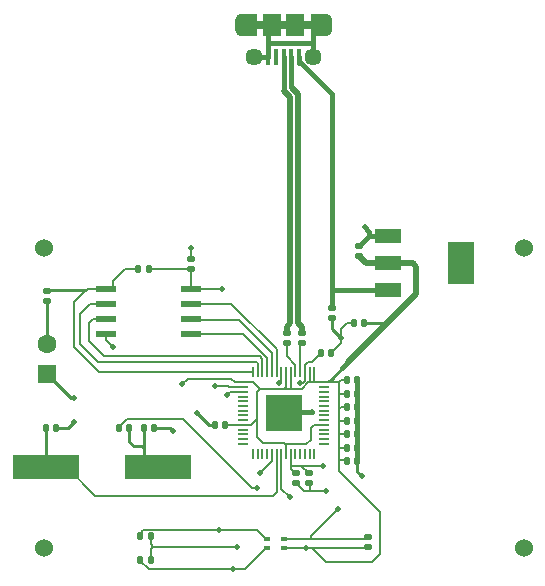
<source format=gtl>
G04*
G04 #@! TF.GenerationSoftware,Altium Limited,Altium Designer,21.6.4 (81)*
G04*
G04 Layer_Physical_Order=1*
G04 Layer_Color=255*
%FSLAX25Y25*%
%MOIN*%
G70*
G04*
G04 #@! TF.SameCoordinates,D5D1E9D7-E8D5-44D5-B98E-A1C15D945772*
G04*
G04*
G04 #@! TF.FilePolarity,Positive*
G04*
G01*
G75*
%ADD13C,0.00800*%
%ADD14C,0.01500*%
%ADD15C,0.00750*%
%ADD16C,0.01968*%
G04:AMPARAMS|DCode=17|XSize=19.29mil|YSize=23.62mil|CornerRadius=1.93mil|HoleSize=0mil|Usage=FLASHONLY|Rotation=90.000|XOffset=0mil|YOffset=0mil|HoleType=Round|Shape=RoundedRectangle|*
%AMROUNDEDRECTD17*
21,1,0.01929,0.01976,0,0,90.0*
21,1,0.01543,0.02362,0,0,90.0*
1,1,0.00386,0.00988,0.00772*
1,1,0.00386,0.00988,-0.00772*
1,1,0.00386,-0.00988,-0.00772*
1,1,0.00386,-0.00988,0.00772*
%
%ADD17ROUNDEDRECTD17*%
G04:AMPARAMS|DCode=18|XSize=23.62mil|YSize=21.26mil|CornerRadius=5.63mil|HoleSize=0mil|Usage=FLASHONLY|Rotation=180.000|XOffset=0mil|YOffset=0mil|HoleType=Round|Shape=RoundedRectangle|*
%AMROUNDEDRECTD18*
21,1,0.02362,0.00999,0,0,180.0*
21,1,0.01235,0.02126,0,0,180.0*
1,1,0.01127,-0.00618,0.00500*
1,1,0.01127,0.00618,0.00500*
1,1,0.01127,0.00618,-0.00500*
1,1,0.01127,-0.00618,-0.00500*
%
%ADD18ROUNDEDRECTD18*%
%ADD19R,0.08661X0.14173*%
%ADD20R,0.08799X0.04799*%
G04:AMPARAMS|DCode=21|XSize=19.29mil|YSize=23.62mil|CornerRadius=1.93mil|HoleSize=0mil|Usage=FLASHONLY|Rotation=0.000|XOffset=0mil|YOffset=0mil|HoleType=Round|Shape=RoundedRectangle|*
%AMROUNDEDRECTD21*
21,1,0.01929,0.01976,0,0,0.0*
21,1,0.01543,0.02362,0,0,0.0*
1,1,0.00386,0.00772,-0.00988*
1,1,0.00386,-0.00772,-0.00988*
1,1,0.00386,-0.00772,0.00988*
1,1,0.00386,0.00772,0.00988*
%
%ADD21ROUNDEDRECTD21*%
G04:AMPARAMS|DCode=22|XSize=23.62mil|YSize=21.26mil|CornerRadius=5.63mil|HoleSize=0mil|Usage=FLASHONLY|Rotation=270.000|XOffset=0mil|YOffset=0mil|HoleType=Round|Shape=RoundedRectangle|*
%AMROUNDEDRECTD22*
21,1,0.02362,0.00999,0,0,270.0*
21,1,0.01235,0.02126,0,0,270.0*
1,1,0.01127,-0.00500,-0.00618*
1,1,0.01127,-0.00500,0.00618*
1,1,0.01127,0.00500,0.00618*
1,1,0.01127,0.00500,-0.00618*
%
%ADD22ROUNDEDRECTD22*%
%ADD23R,0.05906X0.07480*%
%ADD24R,0.01575X0.05315*%
G04:AMPARAMS|DCode=26|XSize=33.07mil|YSize=7.87mil|CornerRadius=0.98mil|HoleSize=0mil|Usage=FLASHONLY|Rotation=0.000|XOffset=0mil|YOffset=0mil|HoleType=Round|Shape=RoundedRectangle|*
%AMROUNDEDRECTD26*
21,1,0.03307,0.00591,0,0,0.0*
21,1,0.03110,0.00787,0,0,0.0*
1,1,0.00197,0.01555,-0.00295*
1,1,0.00197,-0.01555,-0.00295*
1,1,0.00197,-0.01555,0.00295*
1,1,0.00197,0.01555,0.00295*
%
%ADD26ROUNDEDRECTD26*%
G04:AMPARAMS|DCode=27|XSize=7.87mil|YSize=33.07mil|CornerRadius=0.98mil|HoleSize=0mil|Usage=FLASHONLY|Rotation=0.000|XOffset=0mil|YOffset=0mil|HoleType=Round|Shape=RoundedRectangle|*
%AMROUNDEDRECTD27*
21,1,0.00787,0.03110,0,0,0.0*
21,1,0.00591,0.03307,0,0,0.0*
1,1,0.00197,0.00295,-0.01555*
1,1,0.00197,-0.00295,-0.01555*
1,1,0.00197,-0.00295,0.01555*
1,1,0.00197,0.00295,0.01555*
%
%ADD27ROUNDEDRECTD27*%
%ADD28R,0.22047X0.08268*%
%ADD29R,0.01968X0.01181*%
G04:AMPARAMS|DCode=30|XSize=63.39mil|YSize=22.84mil|CornerRadius=2.85mil|HoleSize=0mil|Usage=FLASHONLY|Rotation=0.000|XOffset=0mil|YOffset=0mil|HoleType=Round|Shape=RoundedRectangle|*
%AMROUNDEDRECTD30*
21,1,0.06339,0.01713,0,0,0.0*
21,1,0.05768,0.02284,0,0,0.0*
1,1,0.00571,0.02884,-0.00856*
1,1,0.00571,-0.02884,-0.00856*
1,1,0.00571,-0.02884,0.00856*
1,1,0.00571,0.02884,0.00856*
%
%ADD30ROUNDEDRECTD30*%
%ADD51R,0.12205X0.12205*%
%ADD52C,0.01800*%
%ADD53C,0.01989*%
%ADD54C,0.01700*%
%ADD55C,0.02500*%
%ADD56C,0.01000*%
%ADD57C,0.02000*%
%ADD58C,0.05709*%
%ADD59R,0.06299X0.06299*%
%ADD60C,0.06299*%
%ADD61C,0.06000*%
%ADD62C,0.02000*%
G36*
X85827Y192543D02*
Y196087D01*
X83858D01*
X83858Y192543D01*
X85827D01*
D02*
G37*
G36*
X90945Y190575D02*
Y198055D01*
X85827D01*
Y190575D01*
X90945D01*
D02*
G37*
G36*
X109055Y198055D02*
Y190575D01*
X114173D01*
Y198055D01*
X109055D01*
D02*
G37*
G36*
X114173Y196087D02*
Y192543D01*
X116142D01*
X116142Y196087D01*
X114173D01*
D02*
G37*
D13*
X105518Y78530D02*
Y87727D01*
X101000Y84000D02*
X103937Y81063D01*
X101000Y84000D02*
Y88209D01*
X103937Y78524D02*
Y81063D01*
X105518Y87727D02*
X106000Y88209D01*
X105512Y78524D02*
X105518Y78530D01*
D14*
X105722Y181778D02*
X116000Y171500D01*
X105156Y181778D02*
X105722D01*
X105118Y181815D02*
X105156Y181778D01*
X105118Y181815D02*
Y183685D01*
X116000Y105902D02*
Y171500D01*
X127000Y126865D02*
Y127000D01*
Y126865D02*
X128405Y125459D01*
Y124098D02*
Y125459D01*
X125431Y121124D02*
X128405Y124098D01*
X125000Y120693D02*
X125118D01*
X125431Y121006D02*
Y121124D01*
X125118Y120693D02*
X125431Y121006D01*
X116000Y105902D02*
X134799D01*
X128405Y124098D02*
X134799D01*
X116000Y100000D02*
Y105902D01*
X100500Y65500D02*
X109500D01*
X100000Y65000D02*
X100500Y65500D01*
X119547Y80000D02*
X121547Y82000D01*
X124500Y49000D02*
Y53500D01*
Y58000D01*
Y62500D01*
Y67000D01*
Y71500D01*
X124443Y71557D02*
Y75943D01*
Y71557D02*
X124500Y71500D01*
X124386Y76000D02*
X124443Y75943D01*
X109843Y188409D02*
Y191842D01*
Y183685D02*
Y188409D01*
X94882D02*
X109843D01*
X94882D02*
Y193134D01*
Y183685D02*
Y188409D01*
X109843Y191842D02*
X110064Y192064D01*
Y193306D01*
X109055Y194315D02*
X110064Y193306D01*
X94882Y193134D02*
X95748Y194000D01*
X90158Y183685D02*
X94882D01*
D15*
X114802Y75236D02*
X118236D01*
X113524D02*
X114802D01*
X114784D02*
X116047Y76500D01*
X102000Y73000D02*
X106000D01*
X55791Y16000D02*
Y19791D01*
X56500Y20500D01*
X55791Y21209D02*
X56500Y20500D01*
X55791Y21209D02*
Y24000D01*
X56500Y20500D02*
X84500D01*
X52209Y24000D02*
X52772Y24563D01*
Y25561D02*
X53211Y26000D01*
X52772Y24563D02*
Y25561D01*
X53211Y26000D02*
X78500D01*
X91244D01*
X52209Y15784D02*
X54992Y13000D01*
X52209Y15784D02*
Y16000D01*
X54992Y13000D02*
X83000D01*
X127693Y20000D02*
X128000Y20307D01*
X109500Y20000D02*
X127693D01*
X109000Y23150D02*
X127457D01*
X128000Y23693D01*
X129500Y15500D02*
X132000Y18000D01*
X118437Y45563D02*
X132000Y32000D01*
Y18000D02*
Y32000D01*
X118437Y45563D02*
Y49939D01*
X114000Y15500D02*
X129500D01*
X118437Y49939D02*
X118926Y49450D01*
X118437Y49939D02*
Y53939D01*
X121000Y95000D02*
X123307D01*
X119000Y93000D02*
X121000Y95000D01*
X119000Y90000D02*
Y93000D01*
X69193Y106500D02*
X79500D01*
X66213Y74713D02*
X68000Y76500D01*
X82500D01*
X83764Y75236D01*
X86476D01*
X107390Y20000D02*
X109500D01*
X114000Y15500D01*
X91244Y26000D02*
X94095Y23150D01*
X92000Y45000D02*
X96063Y49063D01*
Y51476D01*
X115693Y85118D02*
X119000Y88425D01*
Y90000D01*
X115693Y85000D02*
Y85118D01*
X109307Y82000D02*
X112307Y85000D01*
X40807Y89193D02*
Y91500D01*
Y89193D02*
X43000Y87000D01*
X69000Y116386D02*
Y120000D01*
X108500Y39000D02*
X114000D01*
X108939Y39439D02*
Y41175D01*
X108500Y39000D02*
X108939Y39439D01*
X106732Y39000D02*
X108500D01*
Y41614D02*
X108939Y41175D01*
X104000Y41614D02*
X104118D01*
X106732Y39000D01*
X100000Y23150D02*
X109000D01*
Y24000D02*
X118000Y33000D01*
X109000Y23150D02*
Y24000D01*
X83000Y13000D02*
X87094D01*
X100000Y20000D02*
X107390D01*
X87094Y13000D02*
X94095Y20000D01*
X94488D01*
X94095Y23150D02*
X94488D01*
X105882Y47500D02*
X113000D01*
X105500Y75000D02*
X106500D01*
X107087Y75587D02*
Y78524D01*
X106500Y75000D02*
X107087Y75587D01*
X98500Y75000D02*
X99213Y75713D01*
Y78524D01*
X118236Y75236D02*
X118437Y75437D01*
X99213Y39787D02*
X102000Y37000D01*
X99213Y39787D02*
Y51476D01*
X89500Y40000D02*
X91000D01*
X66500Y63000D02*
X89500Y40000D01*
X47783Y63000D02*
X66500D01*
X45000Y60216D02*
X47783Y63000D01*
X45000Y60000D02*
Y60216D01*
X27689Y47000D02*
X37189Y37500D01*
X96500D01*
X20799Y47000D02*
X27689D01*
X97638Y38638D02*
Y51476D01*
X96500Y37500D02*
X97638Y38638D01*
X100394Y54606D02*
X100787Y54213D01*
X100000Y55000D02*
X100394Y54606D01*
X110063Y61063D02*
X113524D01*
X109000Y60000D02*
X110063Y61063D01*
X109000Y56000D02*
Y60000D01*
X107606Y54606D02*
X109000Y56000D01*
X100394Y54606D02*
X107606D01*
X91000Y57000D02*
Y63000D01*
Y57000D02*
X93000Y55000D01*
X100000D01*
X100787Y51476D02*
Y54213D01*
X91000Y63000D02*
Y72000D01*
X92000Y73000D01*
X86476Y61063D02*
X89063D01*
X91000Y63000D01*
X110000Y75236D02*
X113524D01*
X108236D02*
X110000D01*
X110236Y75472D01*
Y78524D01*
X108661Y75661D02*
Y78524D01*
X108236Y75236D02*
X108661Y75661D01*
X100000Y73000D02*
X102000D01*
X102362Y73362D02*
Y78524D01*
X102000Y73000D02*
X102362Y73362D01*
X92000Y73000D02*
X100000D01*
X100787Y73787D01*
Y78524D01*
X89764Y75236D02*
X92000Y73000D01*
X86476Y75236D02*
X89764D01*
X106000Y73000D02*
X108236Y75236D01*
X118437Y75437D02*
X119000Y76000D01*
Y67000D02*
X121114D01*
X119000Y71500D02*
X121114D01*
X119000Y76000D02*
X121000D01*
X120664Y49450D02*
X121114Y49000D01*
X118926Y49450D02*
X120664D01*
X118876Y53500D02*
X121114D01*
X118500Y58000D02*
X121114D01*
X119000Y62500D02*
X121114D01*
X81494Y74000D02*
X81832Y73661D01*
X77000Y74000D02*
X81494D01*
X81832Y73661D02*
X86476D01*
X81000Y71000D02*
X82087Y72087D01*
X86476D01*
X34000Y106000D02*
X34500Y106500D01*
X40807D02*
X42233D01*
X34500D02*
X40807D01*
X30000Y102000D02*
X34000Y106000D01*
X21000Y105791D02*
X21209Y106000D01*
X118437Y70937D02*
Y75437D01*
Y70937D02*
X119000Y71500D01*
X118437Y66437D02*
Y70937D01*
Y66437D02*
X119000Y67000D01*
X118437Y61937D02*
Y66437D01*
Y61937D02*
X119000Y62500D01*
X118437Y58063D02*
Y61937D01*
Y53939D02*
Y58063D01*
Y53939D02*
X118876Y53500D01*
X118437Y58063D02*
X118500Y58000D01*
X102500Y47500D02*
X105882D01*
X108382Y45000D02*
X108500D01*
X105882Y47500D02*
X108382Y45000D01*
X102362Y47638D02*
Y51476D01*
Y47638D02*
X102500Y47500D01*
Y46484D02*
X103984Y45000D01*
X102500Y46484D02*
Y47500D01*
X103984Y45000D02*
X104000D01*
X80386Y61000D02*
X80430Y61044D01*
X86458D02*
X86476Y61063D01*
X80430Y61044D02*
X86458D01*
X107087Y80913D02*
X108173Y82000D01*
X109307D01*
X107087Y78524D02*
Y80913D01*
X43000Y109000D02*
X47000Y113000D01*
X43000Y107267D02*
Y109000D01*
X47000Y113000D02*
X51417D01*
X69000Y106693D02*
Y113000D01*
Y106693D02*
X69193Y106500D01*
X55000Y113000D02*
X69000D01*
X42233Y106500D02*
X43000Y107267D01*
X97638Y78524D02*
Y86362D01*
X82500Y101500D02*
X97638Y86362D01*
X69193Y101500D02*
X82500D01*
X69193Y96500D02*
X69693Y96000D01*
X85000D01*
X96063Y78524D02*
Y84937D01*
X85000Y96000D02*
X96063Y84937D01*
X86500Y91500D02*
X94488Y83512D01*
Y78524D02*
Y83512D01*
X69193Y91500D02*
X86500D01*
X35000Y95000D02*
X36500Y96500D01*
X40807D01*
X35000Y89000D02*
Y95000D01*
Y89000D02*
X40000Y84000D01*
X92000D01*
X92913Y83087D01*
Y78524D02*
Y83087D01*
X91339Y78524D02*
Y81561D01*
X38000Y82000D02*
X90899D01*
X91339Y81561D01*
X35500Y101500D02*
X40807D01*
X32000Y98000D02*
X35500Y101500D01*
X32000Y88000D02*
Y98000D01*
Y88000D02*
X38000Y82000D01*
X30000Y87000D02*
Y102000D01*
X38476Y78524D02*
X89764D01*
X30000Y87000D02*
X38476Y78524D01*
D16*
X86811Y192543D02*
G03*
X86811Y192543I-984J0D01*
G01*
Y196087D02*
G03*
X86811Y196087I-984J0D01*
G01*
X115157Y192543D02*
G03*
X115157Y192543I-984J0D01*
G01*
Y196087D02*
G03*
X115157Y196087I-984J0D01*
G01*
D17*
X101000Y91791D02*
D03*
X106000D02*
D03*
X101000Y88209D02*
D03*
X106000D02*
D03*
X21000Y105791D02*
D03*
Y102209D02*
D03*
D18*
X125000Y117307D02*
D03*
Y120693D02*
D03*
X128000Y23693D02*
D03*
Y20307D02*
D03*
X116000Y96614D02*
D03*
Y100000D02*
D03*
X108500Y41614D02*
D03*
Y45000D02*
D03*
X104000Y41614D02*
D03*
Y45000D02*
D03*
X69000Y116386D02*
D03*
Y113000D02*
D03*
D19*
X159201Y115000D02*
D03*
D20*
X134799Y105902D02*
D03*
Y115000D02*
D03*
Y124098D02*
D03*
D21*
X52209Y24000D02*
D03*
X55791D02*
D03*
X52209Y16000D02*
D03*
X55791D02*
D03*
X48583Y60000D02*
D03*
X45000D02*
D03*
X51417Y113000D02*
D03*
X55000D02*
D03*
D22*
X123307Y95000D02*
D03*
X126693D02*
D03*
X115693Y85000D02*
D03*
X112307D02*
D03*
X124500Y67000D02*
D03*
X121114D02*
D03*
X124500Y71500D02*
D03*
X121114D02*
D03*
X124386Y76000D02*
D03*
X121000D02*
D03*
X124500Y62500D02*
D03*
X121114D02*
D03*
X124500Y53500D02*
D03*
X121114D02*
D03*
X124500Y58000D02*
D03*
X121114D02*
D03*
X124500Y49000D02*
D03*
X121114D02*
D03*
X24193Y60000D02*
D03*
X20807D02*
D03*
X77000Y61000D02*
D03*
X80386D02*
D03*
X56693Y60000D02*
D03*
X53307D02*
D03*
D23*
X96063Y194315D02*
D03*
X103937D02*
D03*
D24*
X94882Y183685D02*
D03*
X97441D02*
D03*
X100000D02*
D03*
X102559D02*
D03*
X105118D02*
D03*
D26*
X113524Y75236D02*
D03*
Y73661D02*
D03*
Y72087D02*
D03*
Y70512D02*
D03*
Y68937D02*
D03*
Y67362D02*
D03*
Y65787D02*
D03*
Y64213D02*
D03*
Y62638D02*
D03*
Y61063D02*
D03*
Y59488D02*
D03*
Y57913D02*
D03*
Y56339D02*
D03*
Y54764D02*
D03*
X86476D02*
D03*
Y56339D02*
D03*
Y57913D02*
D03*
Y59488D02*
D03*
Y61063D02*
D03*
Y62638D02*
D03*
Y64213D02*
D03*
Y65787D02*
D03*
Y67362D02*
D03*
Y68937D02*
D03*
Y70512D02*
D03*
Y72087D02*
D03*
Y73661D02*
D03*
Y75236D02*
D03*
D27*
X89764Y78524D02*
D03*
X91339D02*
D03*
X92913D02*
D03*
X94488D02*
D03*
X96063D02*
D03*
X97638D02*
D03*
X99213D02*
D03*
X100787D02*
D03*
X102362D02*
D03*
X103937D02*
D03*
X105512D02*
D03*
X107087D02*
D03*
X108661D02*
D03*
X110236D02*
D03*
Y51476D02*
D03*
X108661D02*
D03*
X107087D02*
D03*
X105512D02*
D03*
X103937D02*
D03*
X102362D02*
D03*
X100787D02*
D03*
X99213D02*
D03*
X97638D02*
D03*
X96063D02*
D03*
X94488D02*
D03*
X92913D02*
D03*
X91339D02*
D03*
X89764D02*
D03*
D28*
X20799Y47000D02*
D03*
X58201D02*
D03*
D29*
X100000Y23150D02*
D03*
Y20000D02*
D03*
X94488D02*
D03*
Y23150D02*
D03*
D30*
X40807Y106500D02*
D03*
Y101500D02*
D03*
Y96500D02*
D03*
Y91500D02*
D03*
X69193D02*
D03*
Y96500D02*
D03*
Y101500D02*
D03*
Y106500D02*
D03*
D51*
X100000Y65000D02*
D03*
D52*
Y172500D02*
Y180177D01*
X100000Y180178D02*
Y183685D01*
X102559Y173602D02*
Y183685D01*
D53*
X104794Y94956D02*
Y171366D01*
Y94956D02*
X106000Y93750D01*
Y91791D02*
Y93750D01*
X102206Y94956D02*
Y170294D01*
X101000Y93750D02*
X102206Y94956D01*
X101000Y91791D02*
Y93750D01*
X100000Y172500D02*
X102206Y170294D01*
X102661Y173500D02*
X104794Y171366D01*
D54*
X100000Y180178D02*
X100000Y180177D01*
X102559Y173602D02*
X102661Y173500D01*
D55*
X94882Y194315D02*
X103937D01*
X88955D02*
X94882D01*
X103937D02*
X109055D01*
D56*
X116047Y76500D02*
X119547Y80000D01*
X134000Y95000D02*
X134274Y94726D01*
X126693Y95000D02*
X134000D01*
X116000Y93000D02*
X119000Y90000D01*
X116000Y93000D02*
Y96614D01*
X124500Y45500D02*
X126000Y44000D01*
X124500Y45500D02*
Y49000D01*
X71000Y65000D02*
X75000Y61000D01*
X77000D01*
X56693Y60000D02*
X62000D01*
X63000Y59000D01*
X29000Y70000D02*
X30000D01*
X21000Y78000D02*
X29000Y70000D01*
X24193Y60000D02*
X28000D01*
X30000Y62000D01*
X53307Y53500D02*
Y60000D01*
Y50634D02*
Y53500D01*
X52807Y54000D02*
X53307Y53500D01*
X50000Y54000D02*
X52807D01*
X48583Y55417D02*
X50000Y54000D01*
X48583Y55417D02*
Y60000D01*
X53307Y50634D02*
X56941Y47000D01*
X58201D01*
X20807Y47008D02*
Y60000D01*
X20799Y47000D02*
X20807Y47008D01*
X21209Y106000D02*
X34000D01*
X21000Y88000D02*
Y102209D01*
X53307Y60000D02*
Y60016D01*
D57*
X134799Y114852D02*
X143098D01*
X125181Y117218D02*
X127400Y115000D01*
X125181Y117218D02*
Y117244D01*
X125000Y117307D02*
X125118D01*
X127400Y115000D02*
X134799D01*
X125118Y117307D02*
X125181Y117244D01*
X134274Y94726D02*
X144270Y104723D01*
X121547Y82000D02*
X134274Y94726D01*
X144270Y104723D02*
Y113680D01*
X143098Y114852D02*
X144270Y113680D01*
D58*
X109843Y183685D02*
D03*
X90158D02*
D03*
D59*
X21000Y78000D02*
D03*
D60*
Y88000D02*
D03*
D61*
X20000Y20000D02*
D03*
X180000D02*
D03*
Y120000D02*
D03*
X20000D02*
D03*
D62*
X127000Y127000D02*
D03*
X113000Y47500D02*
D03*
X109500Y65500D02*
D03*
X107390Y20000D02*
D03*
X83000Y13000D02*
D03*
X84500Y20500D02*
D03*
X78500Y26000D02*
D03*
X126000Y44000D02*
D03*
X66213Y74713D02*
D03*
X79500Y106500D02*
D03*
X92000Y45000D02*
D03*
X71000Y65000D02*
D03*
X63000Y59000D02*
D03*
X118000Y33000D02*
D03*
X114000Y39000D02*
D03*
X119000Y90000D02*
D03*
X69000Y120000D02*
D03*
X43000Y87000D02*
D03*
X30000Y70000D02*
D03*
Y62000D02*
D03*
X98500Y75000D02*
D03*
X105500D02*
D03*
X91000Y40000D02*
D03*
X102000Y37000D02*
D03*
X77000Y74000D02*
D03*
X81000Y71000D02*
D03*
M02*

</source>
